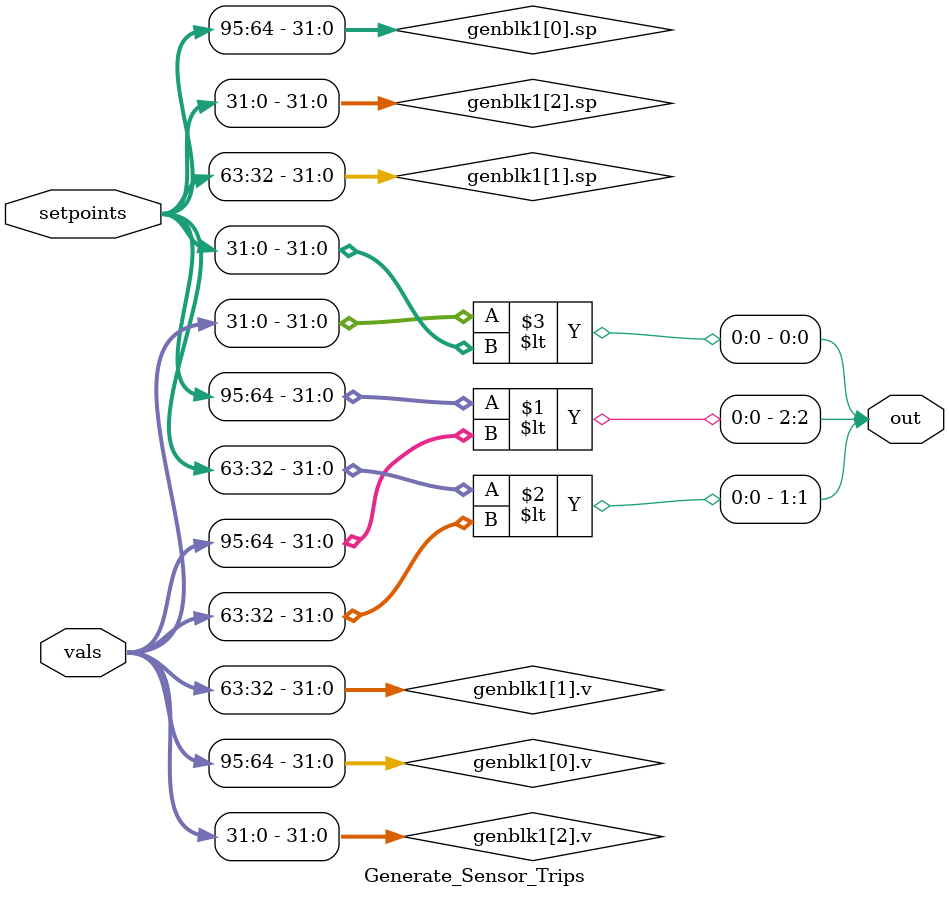
<source format=sv>


// This file contains the hand-written, formally verified
// hardware implementation of the instrumentation subsystem.

module Is_Ch_Tripped
    #(localparam Log2Modes = 2)
    ( input logic [Log2Modes - 1:0] mode,
      input logic sensor_tripped,
      output logic out
    );
   assign out = (mode == 2) || ((mode == 1) & sensor_tripped);
endmodule

module Generate_Sensor_Trips
    #(localparam NChannels = 3)
    ( input logic [NChannels * 32 - 1:0] vals,
      input logic [NChannels * 32 - 1:0] setpoints,
      output logic [NChannels - 1:0] out
    );
   genvar ch;
   for (ch = 0; ch < NChannels; ch = ch + 1) begin
      localparam rev_ch = NChannels - ch - 1;
      logic [31:0]v  = vals[(rev_ch*32) + 31 -: 32];
      logic [31:0]sp = setpoints[(rev_ch*32) + 31 -: 32];
      // SAW caught a bug here, originally used
      // `rev_ch` in the conditional
      if (ch == 2) begin
         assign out[rev_ch] = $signed(v) < $signed(sp);
      end else begin
         assign out[rev_ch] = sp < v;
      end
   end
endmodule

</source>
